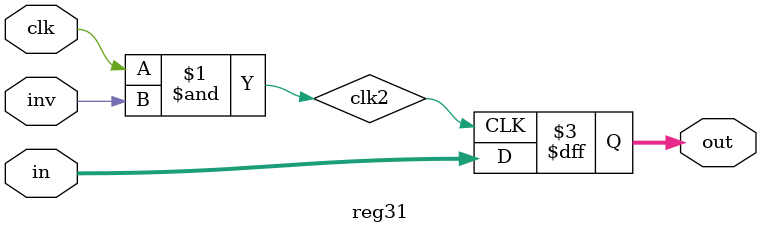
<source format=v>
module reg31(inv, clk,out, in);
input [31:0] in;
output [31:0] out;
input inv, clk;
wire clk2;
reg [31:0] out;
assign clk2 = clk &  inv;
always  @(posedge clk2) begin
   out <= in;
end
endmodule

</source>
